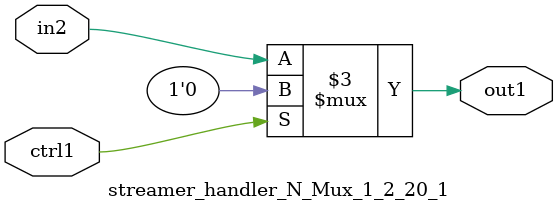
<source format=v>

`timescale 1ps / 1ps


module streamer_handler_N_Mux_1_2_20_1( in2, ctrl1, out1 );

    input in2;
    input ctrl1;
    output out1;
    reg out1;

    
    // rtl_process:streamer_handler_N_Mux_1_2_20_1/streamer_handler_N_Mux_1_2_20_1_thread_1
    always @*
      begin : streamer_handler_N_Mux_1_2_20_1_thread_1
        case (ctrl1) 
          1'b1: 
            begin
              out1 = 1'b0;
            end
          default: 
            begin
              out1 = in2;
            end
        endcase
      end

endmodule



</source>
